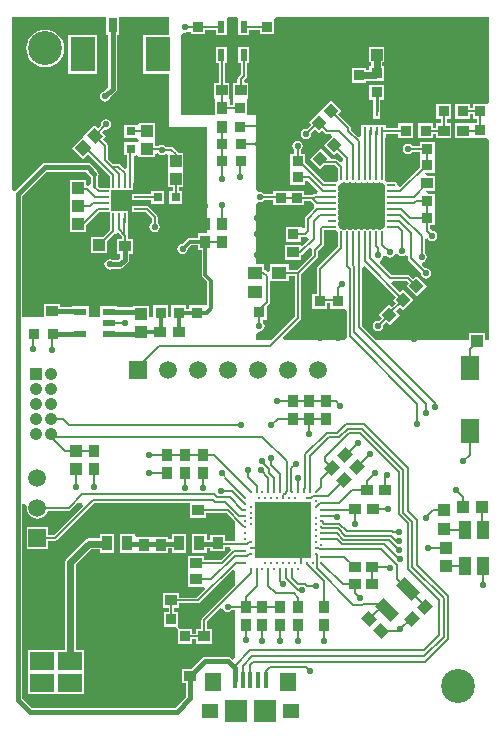
<source format=gtl>
G04 Layer_Physical_Order=1*
G04 Layer_Color=255*
%FSLAX25Y25*%
%MOIN*%
G70*
G01*
G75*
%ADD10R,0.06614X0.06614*%
%ADD11R,0.03347X0.00787*%
%ADD12R,0.00787X0.03347*%
%ADD13R,0.03543X0.03740*%
%ADD14R,0.03937X0.03740*%
%ADD15R,0.03937X0.04134*%
%ADD16R,0.04331X0.02362*%
%ADD17R,0.04134X0.03543*%
%ADD18R,0.03740X0.03543*%
%ADD19C,0.01083*%
%ADD20R,0.19095X0.19095*%
G04:AMPARAMS|DCode=21|XSize=35.43mil|YSize=41.34mil|CornerRadius=0mil|HoleSize=0mil|Usage=FLASHONLY|Rotation=45.000|XOffset=0mil|YOffset=0mil|HoleType=Round|Shape=Rectangle|*
%AMROTATEDRECTD21*
4,1,4,0.00209,-0.02714,-0.02714,0.00209,-0.00209,0.02714,0.02714,-0.00209,0.00209,-0.02714,0.0*
%
%ADD21ROTATEDRECTD21*%

%ADD22R,0.03583X0.03780*%
%ADD23R,0.08031X0.06063*%
%ADD24R,0.03150X0.03150*%
G04:AMPARAMS|DCode=25|XSize=35.43mil|YSize=37.4mil|CornerRadius=0mil|HoleSize=0mil|Usage=FLASHONLY|Rotation=225.000|XOffset=0mil|YOffset=0mil|HoleType=Round|Shape=Rectangle|*
%AMROTATEDRECTD25*
4,1,4,-0.00070,0.02575,0.02575,-0.00070,0.00070,-0.02575,-0.02575,0.00070,-0.00070,0.02575,0.0*
%
%ADD25ROTATEDRECTD25*%

%ADD26R,0.04134X0.03937*%
G04:AMPARAMS|DCode=27|XSize=39.37mil|YSize=41.34mil|CornerRadius=0mil|HoleSize=0mil|Usage=FLASHONLY|Rotation=225.000|XOffset=0mil|YOffset=0mil|HoleType=Round|Shape=Rectangle|*
%AMROTATEDRECTD27*
4,1,4,-0.00070,0.02854,0.02854,-0.00070,0.00070,-0.02854,-0.02854,0.00070,-0.00070,0.02854,0.0*
%
%ADD27ROTATEDRECTD27*%

%ADD28R,0.03150X0.05118*%
%ADD29R,0.08268X0.11811*%
%ADD30R,0.05118X0.04331*%
%ADD31R,0.03661X0.04921*%
%ADD32R,0.03543X0.04134*%
G04:AMPARAMS|DCode=33|XSize=35.43mil|YSize=41.34mil|CornerRadius=0mil|HoleSize=0mil|Usage=FLASHONLY|Rotation=135.000|XOffset=0mil|YOffset=0mil|HoleType=Round|Shape=Rectangle|*
%AMROTATEDRECTD33*
4,1,4,0.02714,0.00209,-0.00209,-0.02714,-0.02714,-0.00209,0.00209,0.02714,0.02714,0.00209,0.0*
%
%ADD33ROTATEDRECTD33*%

G04:AMPARAMS|DCode=34|XSize=39.37mil|YSize=70.87mil|CornerRadius=0mil|HoleSize=0mil|Usage=FLASHONLY|Rotation=45.000|XOffset=0mil|YOffset=0mil|HoleType=Round|Shape=Rectangle|*
%AMROTATEDRECTD34*
4,1,4,0.01114,-0.03897,-0.03897,0.01114,-0.01114,0.03897,0.03897,-0.01114,0.01114,-0.03897,0.0*
%
%ADD34ROTATEDRECTD34*%

%ADD35R,0.03347X0.03740*%
%ADD36R,0.03740X0.03937*%
G04:AMPARAMS|DCode=37|XSize=35.43mil|YSize=37.4mil|CornerRadius=0mil|HoleSize=0mil|Usage=FLASHONLY|Rotation=315.000|XOffset=0mil|YOffset=0mil|HoleType=Round|Shape=Rectangle|*
%AMROTATEDRECTD37*
4,1,4,-0.02575,-0.00070,0.00070,0.02575,0.02575,0.00070,-0.00070,-0.02575,-0.02575,-0.00070,0.0*
%
%ADD37ROTATEDRECTD37*%

%ADD38R,0.02362X0.04331*%
%ADD39R,0.03937X0.03937*%
%ADD40R,0.04134X0.08661*%
%ADD41O,0.00787X0.03150*%
%ADD42O,0.03150X0.00787*%
%ADD43R,0.13386X0.13583*%
%ADD44R,0.03150X0.03150*%
%ADD45R,0.07480X0.07480*%
%ADD46R,0.05709X0.05118*%
%ADD47R,0.05512X0.06299*%
%ADD48R,0.01575X0.05315*%
%ADD49R,0.00984X0.03150*%
%ADD50R,0.03150X0.01181*%
%ADD51R,0.04331X0.05905*%
%ADD52R,0.06299X0.07874*%
%ADD53C,0.00800*%
%ADD54C,0.00600*%
%ADD55C,0.01200*%
%ADD56C,0.01600*%
%ADD57C,0.02284*%
%ADD58C,0.01640*%
%ADD59C,0.00400*%
%ADD60C,0.00900*%
%ADD61C,0.01000*%
%ADD62C,0.05905*%
%ADD63R,0.05905X0.05905*%
%ADD64R,0.05905X0.05905*%
%ADD65C,0.04200*%
%ADD66R,0.04200X0.04200*%
%ADD67C,0.01968*%
%ADD68C,0.02200*%
%ADD69C,0.11300*%
%ADD70C,0.02400*%
G36*
X118392Y173732D02*
X118416Y173720D01*
X119120Y173016D01*
X119132Y172992D01*
X119147Y172956D01*
Y171840D01*
X119141Y171808D01*
Y168083D01*
X112329Y161271D01*
X112108Y160940D01*
X112030Y160550D01*
Y152270D01*
X110678D01*
Y147329D01*
X115422D01*
Y149130D01*
X116678D01*
Y147329D01*
X121422D01*
X122030Y146582D01*
Y138150D01*
X122060Y138000D01*
X121646Y137255D01*
X121413Y137000D01*
X101249D01*
X100866Y137924D01*
X106619Y143677D01*
X106840Y144008D01*
X106918Y144398D01*
Y158976D01*
X112171Y164229D01*
X112392Y164560D01*
X112470Y164950D01*
Y166390D01*
X114271Y168192D01*
X114492Y168523D01*
X114570Y168913D01*
Y173728D01*
X114583Y173741D01*
X117208D01*
X117240Y173747D01*
X118356D01*
X118392Y173732D01*
D02*
G37*
G36*
X97678Y181830D02*
X102422D01*
Y181830D01*
X103178D01*
Y181830D01*
X107922D01*
Y183280D01*
X109947D01*
X111035Y182192D01*
X111294Y181827D01*
X111084Y180864D01*
X108329Y178108D01*
X108108Y177777D01*
X108030Y177387D01*
Y174340D01*
X107819Y174179D01*
X106819Y174522D01*
Y174522D01*
X101879D01*
Y169778D01*
X106819D01*
Y171130D01*
X108050D01*
X108440Y171208D01*
X109367Y170657D01*
X109408Y170450D01*
X107341Y168383D01*
X106768Y168620D01*
Y168620D01*
X101631D01*
Y163680D01*
X106768D01*
Y165174D01*
X106940Y165208D01*
X107271Y165429D01*
X109830Y167988D01*
X110607Y167350D01*
X110508Y167203D01*
X110430Y166813D01*
Y165372D01*
X105476Y160418D01*
X102843D01*
Y162163D01*
X96525D01*
Y160031D01*
X95525Y159617D01*
X95023Y160119D01*
X94692Y160340D01*
X94575Y160363D01*
Y162163D01*
X92000D01*
Y182196D01*
X93000Y182927D01*
X93050Y182917D01*
X93713Y183049D01*
X94276Y183424D01*
X94413Y183630D01*
X97678D01*
Y181830D01*
D02*
G37*
G36*
X133552Y189375D02*
X133908Y189304D01*
X133953Y189285D01*
X134685Y188553D01*
X134704Y188508D01*
X134775Y188152D01*
X134995Y187823D01*
Y187288D01*
X134775Y186959D01*
X134698Y186571D01*
X134775Y186184D01*
X134995Y185855D01*
Y185319D01*
X134775Y184991D01*
X134698Y184603D01*
X134775Y184215D01*
X134995Y183886D01*
Y183351D01*
X134775Y183022D01*
X134698Y182634D01*
X134775Y182246D01*
X134995Y181918D01*
Y181382D01*
X134775Y181053D01*
X134698Y180666D01*
X134775Y180278D01*
X134995Y179949D01*
Y179414D01*
X134775Y179085D01*
X134698Y178697D01*
X134775Y178310D01*
X134995Y177981D01*
Y177445D01*
X134775Y177117D01*
X134698Y176729D01*
X134775Y176341D01*
X134995Y176012D01*
Y175477D01*
X134775Y175148D01*
X134704Y174792D01*
X134685Y174747D01*
X133953Y174015D01*
X133908Y173995D01*
X133552Y173925D01*
X133223Y173705D01*
X132688D01*
X132359Y173925D01*
X131971Y174002D01*
X131583Y173925D01*
X131255Y173705D01*
X130719D01*
X130391Y173925D01*
X130003Y174002D01*
X129615Y173925D01*
X129286Y173705D01*
X128751D01*
X128422Y173925D01*
X128034Y174002D01*
X127647Y173925D01*
X127318Y173705D01*
X126782D01*
X126453Y173925D01*
X126066Y174002D01*
X125678Y173925D01*
X125349Y173705D01*
X124814D01*
X124485Y173925D01*
X124097Y174002D01*
X123709Y173925D01*
X123381Y173705D01*
X122845D01*
X122517Y173925D01*
X122129Y174002D01*
X121741Y173925D01*
X121412Y173705D01*
X120877D01*
X120548Y173925D01*
X120192Y173995D01*
X120147Y174015D01*
X119415Y174747D01*
X119395Y174792D01*
X119325Y175148D01*
X119105Y175477D01*
Y176012D01*
X119325Y176341D01*
X119402Y176729D01*
X119325Y177117D01*
X119105Y177445D01*
Y177981D01*
X119325Y178310D01*
X119402Y178697D01*
X119325Y179085D01*
X119105Y179414D01*
Y179949D01*
X119325Y180278D01*
X119402Y180666D01*
X119325Y181053D01*
X119105Y181382D01*
Y181918D01*
X119325Y182246D01*
X119402Y182634D01*
X119325Y183022D01*
X119105Y183351D01*
Y183886D01*
X119325Y184215D01*
X119402Y184603D01*
X119325Y184991D01*
X119105Y185319D01*
Y185855D01*
X119325Y186184D01*
X119402Y186571D01*
X119325Y186959D01*
X119105Y187288D01*
Y187823D01*
X119325Y188152D01*
X119395Y188508D01*
X119415Y188553D01*
X120147Y189285D01*
X120192Y189304D01*
X120548Y189375D01*
X120877Y189595D01*
X121412D01*
X121741Y189375D01*
X122129Y189298D01*
X122517Y189375D01*
X122845Y189595D01*
X123381D01*
X123709Y189375D01*
X124097Y189298D01*
X124485Y189375D01*
X124814Y189595D01*
X125349D01*
X125678Y189375D01*
X126066Y189298D01*
X126453Y189375D01*
X126782Y189595D01*
X127318D01*
X127647Y189375D01*
X128034Y189298D01*
X128422Y189375D01*
X128751Y189595D01*
X129286D01*
X129615Y189375D01*
X130003Y189298D01*
X130391Y189375D01*
X130719Y189595D01*
X131255D01*
X131583Y189375D01*
X131971Y189298D01*
X132359Y189375D01*
X132688Y189595D01*
X133223D01*
X133552Y189375D01*
D02*
G37*
G36*
X85000Y60043D02*
Y55445D01*
X73948Y44393D01*
X73750Y44096D01*
X73680Y43745D01*
Y40522D01*
X71930D01*
Y39087D01*
X70414D01*
Y40640D01*
X66445D01*
X65886Y41408D01*
X65886Y41632D01*
Y46349D01*
X64531D01*
Y47778D01*
X66170D01*
Y49232D01*
X72503D01*
X72854Y49302D01*
X73152Y49501D01*
X84076Y60426D01*
X85000Y60043D01*
D02*
G37*
G36*
X69836Y77778D02*
X75170D01*
Y79232D01*
X82060D01*
X85000Y76292D01*
Y69848D01*
X81422D01*
Y71864D01*
X76678D01*
Y70425D01*
X75366D01*
Y72211D01*
X70505D01*
Y66089D01*
X75366D01*
Y67529D01*
X76678D01*
Y66530D01*
X81422D01*
Y68012D01*
X83204D01*
X83587Y67012D01*
X80143Y63568D01*
X74670D01*
Y65022D01*
X69336D01*
Y60278D01*
X69336D01*
X69336Y59522D01*
X69336D01*
Y54778D01*
X74419D01*
X74949Y53894D01*
X72123Y51068D01*
X66170D01*
Y52522D01*
X60836D01*
Y47778D01*
X62695D01*
Y46349D01*
X61340D01*
Y41408D01*
X65308D01*
X65867Y40640D01*
X65867Y40416D01*
Y35700D01*
X70414D01*
Y37252D01*
X71930D01*
Y35778D01*
X77264D01*
Y40522D01*
X75515D01*
Y43364D01*
X79715Y47565D01*
X80660Y47383D01*
X80835Y47271D01*
X81151Y46798D01*
X81713Y46423D01*
X82377Y46291D01*
X83040Y46423D01*
X83602Y46798D01*
X83740Y47004D01*
X85000D01*
Y30815D01*
X84000Y30401D01*
X83391Y31009D01*
X82928Y31319D01*
X82382Y31427D01*
X82382Y31427D01*
X74953D01*
X74953Y31427D01*
X74406Y31319D01*
X73943Y31009D01*
X73943Y31009D01*
X70306Y27372D01*
X67286D01*
Y22628D01*
X68525D01*
Y18044D01*
X64909Y14427D01*
X17091D01*
X13927Y17591D01*
Y82170D01*
X14927Y82316D01*
X15482Y81500D01*
X15417Y81000D01*
X15539Y80073D01*
X15897Y79208D01*
X16466Y78466D01*
X17208Y77897D01*
X18073Y77539D01*
X19000Y77417D01*
X19927Y77539D01*
X20792Y77897D01*
X21534Y78466D01*
X22103Y79208D01*
X22461Y80073D01*
X22463Y80082D01*
X29500D01*
X29851Y80152D01*
X30149Y80351D01*
X32298Y82500D01*
X33896D01*
X34278Y81576D01*
X24620Y71918D01*
X22553D01*
Y74553D01*
X15447D01*
Y67447D01*
X22553D01*
Y70082D01*
X25000D01*
X25351Y70152D01*
X25649Y70351D01*
X37798Y82500D01*
X69836D01*
Y77778D01*
D02*
G37*
G36*
X104878Y144820D02*
X97058Y137000D01*
X92000D01*
Y139013D01*
X93000Y139767D01*
X93663Y139899D01*
X94226Y140274D01*
X94601Y140837D01*
X94733Y141500D01*
X94601Y142163D01*
X94226Y142726D01*
X94177Y142758D01*
X94258Y143758D01*
X95391D01*
Y148014D01*
X96271Y148894D01*
X96492Y149224D01*
X96570Y149615D01*
Y156633D01*
X102843D01*
Y158378D01*
X104878D01*
Y144820D01*
D02*
G37*
G36*
X63000Y238655D02*
X54316D01*
Y225644D01*
X63000D01*
Y208000D01*
X75500D01*
Y172450D01*
X72593D01*
Y171007D01*
X69769D01*
X69301Y170913D01*
X68904Y170648D01*
X67360Y169105D01*
X67358Y169105D01*
X66694Y168973D01*
X66132Y168597D01*
X65756Y168035D01*
X65624Y167372D01*
X65756Y166709D01*
X66132Y166146D01*
X66694Y165770D01*
X67358Y165638D01*
X68021Y165770D01*
X68583Y166146D01*
X68959Y166709D01*
X69091Y167372D01*
X69090Y167374D01*
X70276Y168560D01*
X72593D01*
Y167116D01*
X73741D01*
Y158736D01*
X73834Y158268D01*
X74099Y157871D01*
X75500Y156470D01*
Y148802D01*
X75331Y148689D01*
X74422Y148470D01*
Y148470D01*
X69678D01*
Y147224D01*
X68422D01*
Y148470D01*
X63678D01*
Y144500D01*
X62422D01*
Y148470D01*
X57678D01*
Y144500D01*
X56119D01*
Y148368D01*
X50981D01*
Y147818D01*
X45540D01*
Y148171D01*
X40009D01*
Y144609D01*
X39054Y144500D01*
X37046D01*
X36091Y144609D01*
Y148171D01*
X30560D01*
Y147927D01*
X26620D01*
Y148872D01*
X21286D01*
Y144500D01*
X13927D01*
Y185009D01*
X21991Y193073D01*
X35109D01*
X36878Y191303D01*
Y188977D01*
X35967Y188410D01*
X35478Y188625D01*
X35268Y188849D01*
Y190218D01*
X29934D01*
Y185082D01*
X29934D01*
Y184219D01*
X29934D01*
Y179081D01*
X29934D01*
X29935Y179070D01*
X29985Y178103D01*
Y172979D01*
X35319D01*
Y175375D01*
X39520Y179575D01*
X41282D01*
X41412Y179601D01*
X42743D01*
X43104Y179601D01*
X43104Y179240D01*
Y177910D01*
X43078Y177780D01*
Y173568D01*
X40728Y171219D01*
X36934D01*
Y166082D01*
X42268D01*
Y169875D01*
X44818Y172425D01*
X45815Y172626D01*
X46026Y172590D01*
X47078Y171539D01*
Y170522D01*
X45430D01*
Y165778D01*
X46670D01*
Y164288D01*
X45959Y163577D01*
X43974D01*
X43713Y163751D01*
X43050Y163883D01*
X42387Y163751D01*
X41824Y163376D01*
X41449Y162813D01*
X41317Y162150D01*
X41449Y161487D01*
X41824Y160924D01*
X42387Y160549D01*
X43050Y160417D01*
X43713Y160549D01*
X43974Y160723D01*
X46550D01*
X46550Y160723D01*
X47096Y160831D01*
X47559Y161141D01*
X49107Y162688D01*
X49107Y162688D01*
X49416Y163151D01*
X49525Y163697D01*
X49525Y163697D01*
Y165778D01*
X50764D01*
Y170522D01*
X49117D01*
Y171961D01*
X49039Y172351D01*
X49030Y172365D01*
X49030Y177756D01*
X49028Y177768D01*
Y180053D01*
X43916D01*
X43556Y180053D01*
X43556Y180414D01*
Y183538D01*
Y186681D01*
X43556Y187042D01*
X43916Y187042D01*
X50996D01*
Y189185D01*
X51022Y189315D01*
Y198369D01*
X52022Y198467D01*
X52225Y198467D01*
X52982Y197880D01*
Y197829D01*
X58118D01*
Y198843D01*
X59118Y199146D01*
X59151Y199098D01*
X59714Y198722D01*
X60377Y198590D01*
X61040Y198722D01*
X61481Y199017D01*
X62000Y198879D01*
X62481Y198613D01*
Y194266D01*
X62481Y194034D01*
Y193266D01*
X62481Y193034D01*
Y187932D01*
X64030D01*
Y186722D01*
X62875D01*
Y182373D01*
X67225D01*
Y186722D01*
X66070D01*
Y187932D01*
X67619D01*
Y193034D01*
X67619Y193266D01*
Y194034D01*
X67619Y194266D01*
Y199368D01*
X65973D01*
X65771Y199671D01*
X64398Y201044D01*
X64067Y201265D01*
X63677Y201343D01*
X61740D01*
X61602Y201549D01*
X61040Y201925D01*
X60377Y202057D01*
X59714Y201925D01*
X59151Y201549D01*
X59129Y201516D01*
X58118D01*
Y202932D01*
X58118Y203163D01*
Y203932D01*
X58118Y204163D01*
Y209266D01*
X52982D01*
Y209266D01*
X52225Y208722D01*
X47875D01*
Y204373D01*
X51825D01*
X52695Y203568D01*
X52678Y203041D01*
X52125Y202817D01*
X51982Y202817D01*
X47875D01*
Y198467D01*
X48983D01*
Y194439D01*
X47983Y194025D01*
X46740Y195269D01*
X46409Y195490D01*
X46018Y195567D01*
X44235D01*
X42570Y197233D01*
Y201650D01*
X42492Y202040D01*
X42271Y202371D01*
X40745Y203897D01*
X41701Y204853D01*
X40525Y206029D01*
X41634Y207138D01*
X41877Y207090D01*
X42540Y207222D01*
X43102Y207598D01*
X43478Y208160D01*
X43610Y208823D01*
X43478Y209487D01*
X43102Y210049D01*
X42540Y210425D01*
X41877Y210557D01*
X41214Y210425D01*
X40651Y210049D01*
X40275Y209487D01*
X40143Y208823D01*
X40192Y208580D01*
X39083Y207471D01*
X37929Y208625D01*
X34575Y205271D01*
Y205271D01*
X34138Y204695D01*
X30505Y201062D01*
X34277Y197291D01*
X35821Y198835D01*
X43078Y191578D01*
Y189315D01*
X43104Y189185D01*
Y187855D01*
X43104Y187494D01*
X42743Y187494D01*
X41412D01*
X41282Y187520D01*
X39922D01*
X39122Y188320D01*
Y191359D01*
X39319Y191654D01*
X39427Y192200D01*
X39319Y192746D01*
X39009Y193209D01*
X36709Y195509D01*
X36246Y195819D01*
X35700Y195927D01*
X35700Y195927D01*
X21400D01*
X21400Y195927D01*
X20854Y195819D01*
X20391Y195509D01*
X20391Y195509D01*
X11500Y186619D01*
X11460Y186619D01*
X10500Y186927D01*
Y244500D01*
X41915D01*
Y238637D01*
X42662D01*
Y221281D01*
X41194Y219812D01*
X40887Y219751D01*
X40324Y219376D01*
X39949Y218813D01*
X39817Y218150D01*
X39949Y217487D01*
X40324Y216924D01*
X40887Y216549D01*
X41550Y216417D01*
X42213Y216549D01*
X42776Y216924D01*
X43151Y217487D01*
X43212Y217794D01*
X45099Y219680D01*
X45099Y219680D01*
X45408Y220143D01*
X45517Y220689D01*
X45517Y220689D01*
Y238637D01*
X46264D01*
Y244500D01*
X63000D01*
Y238655D01*
D02*
G37*
G36*
X169500Y216381D02*
X168922Y215620D01*
X168500Y215620D01*
X164178D01*
Y214170D01*
X163170D01*
Y215522D01*
X158229D01*
Y210778D01*
X163170D01*
Y212130D01*
X164178D01*
Y210680D01*
X165530D01*
Y209270D01*
X164206D01*
X164178Y209270D01*
X164178Y209270D01*
X163268Y209120D01*
Y209120D01*
X158131D01*
Y204180D01*
X163240D01*
X163268Y204180D01*
X163268Y204180D01*
X164178Y204329D01*
Y204329D01*
X168500D01*
X168922Y204329D01*
X169500Y203569D01*
Y137000D01*
X168119D01*
Y139266D01*
X162981D01*
Y137000D01*
X131942D01*
X127270Y141672D01*
Y161074D01*
X128270Y161488D01*
X138355Y151403D01*
X137399Y150447D01*
X138425Y149421D01*
X137029Y148025D01*
X136253Y148801D01*
X132899Y145447D01*
X133902Y144444D01*
X132793Y143335D01*
X132550Y143383D01*
X131887Y143251D01*
X131324Y142876D01*
X130949Y142313D01*
X130817Y141650D01*
X130949Y140987D01*
X131324Y140424D01*
X131887Y140049D01*
X132550Y139917D01*
X133213Y140049D01*
X133776Y140424D01*
X134151Y140987D01*
X134283Y141650D01*
X134235Y141893D01*
X135344Y143002D01*
X136392Y141954D01*
X139746Y145308D01*
X138471Y146583D01*
X139867Y147979D01*
X140893Y146953D01*
X144246Y150308D01*
X140753Y153801D01*
X139797Y152845D01*
X137012Y155630D01*
X137426Y156630D01*
X142128D01*
X142855Y155903D01*
X141899Y154947D01*
X145393Y151453D01*
X148747Y154807D01*
X145253Y158301D01*
X144297Y157345D01*
X143271Y158371D01*
X142940Y158592D01*
X142550Y158670D01*
X136972D01*
X133130Y162512D01*
X133161Y162899D01*
X133390Y163666D01*
X133776Y163924D01*
X134151Y164487D01*
X134212Y164790D01*
X135247Y165040D01*
X135324Y164924D01*
X135887Y164549D01*
X136550Y164417D01*
X137213Y164549D01*
X137776Y164924D01*
X138151Y165487D01*
X139197Y165616D01*
X139324Y165424D01*
X139887Y165049D01*
X140550Y164917D01*
X141213Y165049D01*
X141530Y165261D01*
X142361Y164953D01*
X142530Y164818D01*
Y164150D01*
X142608Y163760D01*
X142829Y163429D01*
X146865Y159393D01*
X146817Y159150D01*
X146949Y158487D01*
X147324Y157924D01*
X147887Y157549D01*
X148550Y157417D01*
X149213Y157549D01*
X149776Y157924D01*
X150151Y158487D01*
X150283Y159150D01*
X150151Y159813D01*
X149776Y160376D01*
X149213Y160751D01*
X148550Y160883D01*
X148307Y160835D01*
X147196Y161946D01*
X147542Y163014D01*
X147713Y163049D01*
X148276Y163424D01*
X148651Y163987D01*
X148783Y164650D01*
X148651Y165313D01*
X148276Y165876D01*
X148070Y166013D01*
Y170639D01*
X148189Y170686D01*
X149070Y170806D01*
X149324Y170424D01*
X149887Y170049D01*
X150550Y169917D01*
X151213Y170049D01*
X151776Y170424D01*
X152151Y170987D01*
X152283Y171650D01*
X152151Y172313D01*
X151776Y172876D01*
X151213Y173251D01*
X150550Y173383D01*
X149920Y174188D01*
Y175278D01*
X151371D01*
Y180022D01*
X151371D01*
Y180778D01*
X151371D01*
Y185522D01*
X149052D01*
X148517Y186522D01*
X148623Y186680D01*
X151469D01*
Y191620D01*
X148800D01*
X148266Y192620D01*
X148371Y192778D01*
X151371D01*
Y197522D01*
X151371D01*
X151371Y198278D01*
X151371D01*
Y203022D01*
X146430D01*
Y201670D01*
X143913D01*
X143776Y201876D01*
X143213Y202251D01*
X142550Y202383D01*
X141887Y202251D01*
X141324Y201876D01*
X140949Y201313D01*
X140817Y200650D01*
X140949Y199987D01*
X141324Y199424D01*
X141887Y199049D01*
X142550Y198917D01*
X143213Y199049D01*
X143776Y199424D01*
X143913Y199630D01*
X146430D01*
Y198278D01*
X146430D01*
X146430Y197522D01*
X146430D01*
Y194472D01*
X140009Y188051D01*
X139087Y188540D01*
X139010Y188927D01*
X138790Y189256D01*
X138461Y189476D01*
X138074Y189553D01*
X135744D01*
X135708Y189568D01*
X135684Y189580D01*
X134980Y190284D01*
X134968Y190308D01*
X134953Y190344D01*
Y191460D01*
X134959Y191492D01*
Y204326D01*
X135095D01*
Y205481D01*
X139332D01*
Y204160D01*
X144115D01*
Y209140D01*
X139332D01*
Y207520D01*
X135095D01*
Y208675D01*
X127005D01*
Y205051D01*
X126005Y204637D01*
X123570Y207072D01*
Y207650D01*
X123492Y208040D01*
X123271Y208371D01*
X119245Y212397D01*
X120201Y213353D01*
X116708Y216846D01*
X113415Y213554D01*
X113354Y213492D01*
X112707Y212846D01*
X112707Y212846D01*
X109353Y209492D01*
X110152Y208694D01*
X108793Y207335D01*
X108550Y207383D01*
X107887Y207251D01*
X107324Y206876D01*
X106949Y206313D01*
X106817Y205650D01*
X106949Y204987D01*
X107324Y204424D01*
X107887Y204049D01*
X108550Y203917D01*
X109213Y204049D01*
X109776Y204424D01*
X110151Y204987D01*
X110283Y205650D01*
X110235Y205893D01*
X111594Y207252D01*
X112847Y205999D01*
X113803Y206955D01*
X114829Y205929D01*
X115160Y205708D01*
X115550Y205630D01*
X116762D01*
X117176Y204630D01*
X114354Y201807D01*
X117708Y198453D01*
X118756Y199502D01*
X120887Y197371D01*
X120807Y196749D01*
X119773Y196369D01*
X119271Y196871D01*
X118940Y197092D01*
X118550Y197170D01*
X116880D01*
X116746Y197493D01*
Y197493D01*
X113392Y200847D01*
X109899Y197353D01*
X113253Y193999D01*
X114419Y195166D01*
X114596Y195130D01*
X118128D01*
X119141Y194117D01*
Y191492D01*
X119147Y191460D01*
Y190344D01*
X119132Y190308D01*
X119120Y190284D01*
X118416Y189580D01*
X118392Y189568D01*
X118356Y189553D01*
X117240D01*
X117208Y189559D01*
X114767D01*
X108170Y196156D01*
Y199022D01*
X106719D01*
Y200287D01*
X106925Y200424D01*
X107301Y200987D01*
X107433Y201650D01*
X107301Y202313D01*
X106925Y202876D01*
X106363Y203251D01*
X105700Y203383D01*
X105036Y203251D01*
X104474Y202876D01*
X104098Y202313D01*
X103966Y201650D01*
X104098Y200987D01*
X104474Y200424D01*
X104680Y200287D01*
Y199022D01*
X103229D01*
Y194522D01*
X103229Y194278D01*
X103229D01*
Y193522D01*
X103229D01*
Y188778D01*
X108170D01*
Y189839D01*
X109170Y190010D01*
X112557Y186622D01*
X112143Y185622D01*
X111353D01*
X110963Y185545D01*
X110632Y185324D01*
X110628Y185319D01*
X107922D01*
Y186770D01*
X103178D01*
Y186770D01*
X102422D01*
Y186770D01*
X97678D01*
Y185670D01*
X94413D01*
X94276Y185876D01*
X93713Y186251D01*
X93050Y186383D01*
X93000Y186373D01*
X92000Y187104D01*
Y212000D01*
X88922D01*
Y216680D01*
X88922Y216770D01*
X89138Y217680D01*
X89268D01*
Y222620D01*
X88305D01*
X87962Y223620D01*
X88511Y224169D01*
X88732Y224500D01*
X88810Y224890D01*
Y229160D01*
X89571D01*
Y234691D01*
X86009D01*
Y229160D01*
X86771D01*
Y225312D01*
X85979Y224521D01*
X85758Y224190D01*
X85680Y223800D01*
Y222620D01*
X84131D01*
Y217750D01*
X84131Y217680D01*
X84178Y216700D01*
Y215319D01*
X83020D01*
Y216701D01*
X83020Y216868D01*
X83020D01*
X82969Y217680D01*
X82969D01*
Y222620D01*
X81420D01*
Y229160D01*
X82091D01*
Y234691D01*
X78529D01*
Y229160D01*
X79381D01*
Y222620D01*
X77832D01*
Y217765D01*
X77832Y217680D01*
X77832D01*
X78080Y216868D01*
X78080Y216868D01*
Y212000D01*
X67000D01*
Y238696D01*
X68000Y239427D01*
X68050Y239417D01*
X68713Y239549D01*
X69178Y239859D01*
X69631Y239748D01*
X70178Y239475D01*
Y238829D01*
X74922D01*
Y240355D01*
X78529Y240355D01*
Y238609D01*
X82091D01*
Y244140D01*
X82942Y244500D01*
X85158D01*
X86009Y244140D01*
X86009Y243500D01*
Y238609D01*
X89571D01*
Y240355D01*
X93178D01*
Y238829D01*
X97922D01*
Y243500D01*
X97922Y243770D01*
X98573Y244500D01*
X169500D01*
Y216381D01*
D02*
G37*
%LPC*%
G36*
X44595Y72211D02*
X39733D01*
Y70800D01*
X36024D01*
X35344Y70665D01*
X34768Y70280D01*
X28744Y64256D01*
X28359Y63680D01*
X28224Y63000D01*
Y33730D01*
X25384Y33730D01*
X24384Y33730D01*
X15778D01*
Y27132D01*
X15778Y26467D01*
X15778Y25467D01*
Y18868D01*
X24384D01*
X25010Y18868D01*
X26010Y18868D01*
X34616D01*
Y25467D01*
X34616Y26131D01*
X34616Y27132D01*
Y33730D01*
X31776D01*
Y62264D01*
X36760Y67248D01*
X39733D01*
Y66089D01*
X44595D01*
Y72211D01*
D02*
G37*
G36*
X68595D02*
X63734D01*
Y70472D01*
X62422D01*
Y71364D01*
X57678D01*
Y71364D01*
X56922D01*
Y71364D01*
X52178D01*
X51367Y71819D01*
Y72211D01*
X46505D01*
Y66089D01*
X51367D01*
Y66089D01*
X52178Y66030D01*
Y66030D01*
X52342Y66030D01*
X56922D01*
Y66030D01*
X57678D01*
Y66030D01*
X62422D01*
Y67576D01*
X63734D01*
Y66089D01*
X68595D01*
Y72211D01*
D02*
G37*
G36*
X21550Y240430D02*
X20325Y240310D01*
X19147Y239952D01*
X18061Y239372D01*
X17109Y238591D01*
X16328Y237639D01*
X15748Y236553D01*
X15390Y235375D01*
X15270Y234150D01*
X15390Y232925D01*
X15748Y231747D01*
X16328Y230661D01*
X17109Y229709D01*
X18061Y228928D01*
X19147Y228348D01*
X20325Y227990D01*
X21550Y227870D01*
X22775Y227990D01*
X23953Y228348D01*
X25039Y228928D01*
X25991Y229709D01*
X26772Y230661D01*
X27352Y231747D01*
X27710Y232925D01*
X27830Y234150D01*
X27710Y235375D01*
X27352Y236553D01*
X26772Y237639D01*
X25991Y238591D01*
X25039Y239372D01*
X23953Y239952D01*
X22775Y240310D01*
X21550Y240430D01*
D02*
G37*
G36*
X61319Y186722D02*
X56970D01*
Y185552D01*
X52818Y185552D01*
X52688Y185526D01*
X50545D01*
Y183538D01*
X52688D01*
X52818Y183512D01*
X56970Y183512D01*
Y182373D01*
X61319D01*
Y186722D01*
D02*
G37*
G36*
X38784Y238655D02*
X29316D01*
Y225644D01*
X38784D01*
Y238655D01*
D02*
G37*
G36*
X55405Y181614D02*
X52818D01*
X52688Y181589D01*
X50545D01*
Y179601D01*
X52688D01*
X52818Y179575D01*
X54983D01*
X57030Y177528D01*
Y176013D01*
X56824Y175876D01*
X56449Y175313D01*
X56317Y174650D01*
X56449Y173987D01*
X56824Y173424D01*
X57387Y173049D01*
X58050Y172917D01*
X58713Y173049D01*
X59276Y173424D01*
X59651Y173987D01*
X59783Y174650D01*
X59651Y175313D01*
X59276Y175876D01*
X59070Y176013D01*
Y177950D01*
X58992Y178340D01*
X58771Y178671D01*
X56126Y181316D01*
X55795Y181537D01*
X55405Y181614D01*
D02*
G37*
G36*
X134622Y234663D02*
X129485D01*
Y229526D01*
X130274D01*
Y228270D01*
X129678D01*
Y226926D01*
X128670D01*
Y227522D01*
X123730D01*
Y222778D01*
X128670D01*
Y223374D01*
X129678D01*
Y223329D01*
X134422D01*
Y228270D01*
X133826D01*
Y229526D01*
X134622D01*
Y234663D01*
D02*
G37*
G36*
X134422Y221971D02*
X129678D01*
Y217030D01*
X130964D01*
Y214974D01*
X130942D01*
Y210625D01*
X133126D01*
Y214974D01*
X133105D01*
Y217030D01*
X134422D01*
Y221971D01*
D02*
G37*
G36*
X156870Y215522D02*
X151930D01*
Y210778D01*
X153381D01*
Y209120D01*
X151832D01*
Y207670D01*
X150768D01*
Y209140D01*
X145985D01*
Y204160D01*
X150768D01*
Y205630D01*
X151832D01*
Y204180D01*
X156969D01*
Y209120D01*
X155420D01*
Y210778D01*
X156870D01*
Y215522D01*
D02*
G37*
%LPD*%
D10*
X47050Y183548D02*
D03*
D11*
X41282Y180595D02*
D03*
Y182563D02*
D03*
Y184532D02*
D03*
Y186500D02*
D03*
X52818D02*
D03*
Y184532D02*
D03*
Y182563D02*
D03*
Y180595D02*
D03*
D12*
X44097Y189315D02*
D03*
X46066D02*
D03*
X48034D02*
D03*
X50003D02*
D03*
Y177780D02*
D03*
X48034D02*
D03*
X46066D02*
D03*
X44097D02*
D03*
D13*
X95550Y235000D02*
D03*
Y241300D02*
D03*
X72050Y146000D02*
D03*
Y152300D02*
D03*
X66050Y146000D02*
D03*
Y152300D02*
D03*
X60050Y146000D02*
D03*
Y152300D02*
D03*
X132050Y225800D02*
D03*
Y219500D02*
D03*
X86550Y214300D02*
D03*
Y208000D02*
D03*
X166550Y213150D02*
D03*
X166550Y219449D02*
D03*
X166550Y206800D02*
D03*
Y200500D02*
D03*
X105550Y178000D02*
D03*
Y184300D02*
D03*
X100050Y178000D02*
D03*
Y184300D02*
D03*
X119050Y149800D02*
D03*
Y143500D02*
D03*
X113050Y149800D02*
D03*
Y143500D02*
D03*
X72550Y241300D02*
D03*
Y235000D02*
D03*
D14*
X59900Y139650D02*
D03*
X66200D02*
D03*
X80400Y220150D02*
D03*
X86700D02*
D03*
X154400Y206650D02*
D03*
X160700D02*
D03*
X148900Y189150D02*
D03*
X155200D02*
D03*
X104200Y166150D02*
D03*
X97900D02*
D03*
D15*
X53550Y145701D02*
D03*
Y139599D02*
D03*
X55550Y206599D02*
D03*
Y200497D02*
D03*
X65050Y190599D02*
D03*
Y196701D02*
D03*
X165550Y142701D02*
D03*
Y136599D02*
D03*
X154550Y74099D02*
D03*
Y80201D02*
D03*
X155050Y67701D02*
D03*
Y61599D02*
D03*
X32000Y100051D02*
D03*
Y93949D02*
D03*
D16*
X33326Y138910D02*
D03*
Y146390D02*
D03*
X42774D02*
D03*
Y142650D02*
D03*
Y138910D02*
D03*
D17*
X18047Y146500D02*
D03*
X23953D02*
D03*
X48097Y168150D02*
D03*
X54003D02*
D03*
X66097Y62650D02*
D03*
X72003D02*
D03*
X124717Y55574D02*
D03*
X130622D02*
D03*
X80503Y38150D02*
D03*
X74597D02*
D03*
X57597Y50150D02*
D03*
X63503D02*
D03*
X66097Y57150D02*
D03*
X72003D02*
D03*
X72503Y80150D02*
D03*
X66597D02*
D03*
X69953Y25000D02*
D03*
X64047D02*
D03*
X128924Y87024D02*
D03*
X134829D02*
D03*
X124924Y80524D02*
D03*
X130830D02*
D03*
X124717Y61231D02*
D03*
X130622D02*
D03*
D18*
X24150Y139000D02*
D03*
X17850D02*
D03*
X80400Y202150D02*
D03*
X86700Y202150D02*
D03*
X80400Y196650D02*
D03*
X86700Y196650D02*
D03*
X105700D02*
D03*
X99400D02*
D03*
X126200Y225150D02*
D03*
X119900D02*
D03*
X154400Y213150D02*
D03*
X160700D02*
D03*
X148900Y200650D02*
D03*
X155200D02*
D03*
X155200Y195150D02*
D03*
X148900D02*
D03*
X155200Y177650D02*
D03*
X148900D02*
D03*
X155200Y183150D02*
D03*
X148900D02*
D03*
X98050Y172150D02*
D03*
X104349D02*
D03*
X105700Y191150D02*
D03*
X99400D02*
D03*
X92921Y146130D02*
D03*
X99220D02*
D03*
D19*
X107766Y86319D02*
D03*
X109735D02*
D03*
X92019Y60729D02*
D03*
X105798D02*
D03*
X103830D02*
D03*
X101861D02*
D03*
X99892D02*
D03*
X97924D02*
D03*
X95955D02*
D03*
X93987D02*
D03*
X90050D02*
D03*
X113672Y62697D02*
D03*
X110719D02*
D03*
X108751D02*
D03*
X106782D02*
D03*
X104814D02*
D03*
X102845D02*
D03*
X100877D02*
D03*
X98908D02*
D03*
X96940D02*
D03*
X94971D02*
D03*
X88082D02*
D03*
X90050Y65650D02*
D03*
X113672Y64666D02*
D03*
X111704Y65650D02*
D03*
X88082Y66634D02*
D03*
X111704Y67619D02*
D03*
X90050D02*
D03*
X113672Y68603D02*
D03*
X111704Y69587D02*
D03*
X90050D02*
D03*
X113672Y70571D02*
D03*
X88082D02*
D03*
X111704Y71556D02*
D03*
X113672Y72540D02*
D03*
X88082D02*
D03*
X111704Y73524D02*
D03*
X113672Y74508D02*
D03*
X88082D02*
D03*
X111704Y75493D02*
D03*
X90050D02*
D03*
X113672Y76477D02*
D03*
X88082D02*
D03*
X111704Y77461D02*
D03*
X90050D02*
D03*
X113672Y78445D02*
D03*
X88082D02*
D03*
X90050Y79430D02*
D03*
X113672Y80414D02*
D03*
X88082D02*
D03*
X111704Y81398D02*
D03*
X90050D02*
D03*
X88082Y82382D02*
D03*
X111704Y83367D02*
D03*
X108751Y84351D02*
D03*
X104814D02*
D03*
X102845D02*
D03*
X100877D02*
D03*
X98908D02*
D03*
X96940D02*
D03*
X94971D02*
D03*
X93003D02*
D03*
X88082D02*
D03*
X111704Y86319D02*
D03*
X105798D02*
D03*
X103830D02*
D03*
X101861D02*
D03*
X99892D02*
D03*
X97924D02*
D03*
X95955D02*
D03*
X93987D02*
D03*
X92019D02*
D03*
X90050D02*
D03*
D20*
X100877Y73524D02*
D03*
D21*
X38138Y205062D02*
D03*
X33962Y209238D02*
D03*
X129412Y44088D02*
D03*
X133588Y39912D02*
D03*
D22*
X141723Y206650D02*
D03*
X148377D02*
D03*
D23*
X20394Y22500D02*
D03*
Y30098D02*
D03*
X30000Y22500D02*
D03*
X30000Y30099D02*
D03*
D24*
X59145Y184548D02*
D03*
X65050D02*
D03*
D25*
X140823Y150377D02*
D03*
X145277Y145923D02*
D03*
X112777Y209423D02*
D03*
X108323Y213877D02*
D03*
X112323Y217877D02*
D03*
X116777Y213423D02*
D03*
X145323Y154877D02*
D03*
X149777Y150423D02*
D03*
X136323Y145377D02*
D03*
X140777Y140923D02*
D03*
D26*
X33499Y168650D02*
D03*
X39601D02*
D03*
X26499Y187650D02*
D03*
X32601D02*
D03*
X26499Y181650D02*
D03*
X32601D02*
D03*
X26550Y175548D02*
D03*
X32652D02*
D03*
X167101Y81150D02*
D03*
X160999D02*
D03*
D27*
X34207Y200992D02*
D03*
X29893Y205308D02*
D03*
D28*
X49011Y241796D02*
D03*
X44089Y241796D02*
D03*
D29*
X34050Y232150D02*
D03*
X59050Y232150D02*
D03*
D30*
X91416Y159398D02*
D03*
X99684D02*
D03*
Y152902D02*
D03*
X91416D02*
D03*
D31*
X42164Y69150D02*
D03*
X48936D02*
D03*
X72936D02*
D03*
X66164D02*
D03*
D32*
X54550Y68697D02*
D03*
Y74603D02*
D03*
X60050Y68697D02*
D03*
Y74603D02*
D03*
X104050Y110697D02*
D03*
Y116603D02*
D03*
X109550Y110697D02*
D03*
Y116603D02*
D03*
X115050Y110697D02*
D03*
Y116603D02*
D03*
X88377Y47977D02*
D03*
Y42071D02*
D03*
X93877Y47977D02*
D03*
Y42071D02*
D03*
X99877Y47977D02*
D03*
Y42071D02*
D03*
X105877Y47977D02*
D03*
Y42071D02*
D03*
X114377Y47977D02*
D03*
Y42071D02*
D03*
X79050Y69197D02*
D03*
Y75103D02*
D03*
X62050Y98603D02*
D03*
Y92697D02*
D03*
X68050Y98603D02*
D03*
Y92697D02*
D03*
X74050Y98603D02*
D03*
X74050Y92697D02*
D03*
X74964Y169783D02*
D03*
X74964Y175689D02*
D03*
X80439Y169722D02*
D03*
Y175628D02*
D03*
X37950Y99803D02*
D03*
Y93897D02*
D03*
D33*
X148088Y48088D02*
D03*
X143912Y43912D02*
D03*
X121289Y90436D02*
D03*
X125465Y94612D02*
D03*
X117289Y94436D02*
D03*
X121465Y98612D02*
D03*
D34*
X135397Y47044D02*
D03*
X142357Y54004D02*
D03*
D35*
X68141Y43878D02*
D03*
X63613D02*
D03*
Y38170D02*
D03*
X68141Y38170D02*
D03*
D36*
X80550Y214300D02*
D03*
X80550Y208000D02*
D03*
D37*
X113323Y197423D02*
D03*
X117777Y201877D02*
D03*
D38*
X80310Y241374D02*
D03*
X87790D02*
D03*
Y231926D02*
D03*
X84050D02*
D03*
X80310Y231926D02*
D03*
D39*
X132054Y232095D02*
D03*
D40*
X126247Y238000D02*
D03*
X137861D02*
D03*
D41*
X120160Y171808D02*
D03*
X122129D02*
D03*
X124097D02*
D03*
X126066D02*
D03*
X128034D02*
D03*
X130003D02*
D03*
X131971D02*
D03*
X133940D02*
D03*
Y191492D02*
D03*
X131971D02*
D03*
X130003D02*
D03*
X128034D02*
D03*
X126066D02*
D03*
X124097D02*
D03*
X122129D02*
D03*
X120160D02*
D03*
D42*
X136892Y174760D02*
D03*
Y176729D02*
D03*
Y178697D02*
D03*
Y180666D02*
D03*
Y182634D02*
D03*
Y184603D02*
D03*
Y186571D02*
D03*
Y188540D02*
D03*
X117208D02*
D03*
Y186571D02*
D03*
Y184603D02*
D03*
Y182634D02*
D03*
Y180666D02*
D03*
Y178697D02*
D03*
Y176729D02*
D03*
Y174760D02*
D03*
D43*
X127050Y181650D02*
D03*
D44*
X50050Y200642D02*
D03*
X50050Y206548D02*
D03*
D45*
X94724Y13234D02*
D03*
X85276D02*
D03*
D46*
X103484D02*
D03*
X76516D02*
D03*
D47*
X77402Y22880D02*
D03*
X102598D02*
D03*
D48*
X84882Y23766D02*
D03*
X87441D02*
D03*
X90000D02*
D03*
X92559D02*
D03*
X95118D02*
D03*
D49*
X128097Y206500D02*
D03*
X130066D02*
D03*
X132034D02*
D03*
X134003D02*
D03*
X128097Y212800D02*
D03*
X130066D02*
D03*
X132034D02*
D03*
X134003D02*
D03*
D50*
X126129Y209650D02*
D03*
X135971D02*
D03*
D51*
X161597Y61744D02*
D03*
X167503D02*
D03*
Y73555D02*
D03*
X161597Y73555D02*
D03*
D52*
X163050Y106520D02*
D03*
Y127780D02*
D03*
D53*
X59145Y184532D02*
X59550D01*
X52818Y184532D02*
X59145Y184532D01*
X74964Y169783D02*
X81210D01*
X139412Y39912D02*
X140000Y40500D01*
X133588Y39912D02*
X139412D01*
X52500Y127000D02*
Y128000D01*
X109550Y116603D02*
X114500D01*
X114603Y116500D01*
X118500D02*
X120000Y115000D01*
X99684Y159398D02*
X105898D01*
X113550Y168913D02*
Y174150D01*
X111450Y166813D02*
X113550Y168913D01*
X111450Y164950D02*
Y166813D01*
X104050Y116603D02*
X109550D01*
X103947Y116500D02*
X104050Y116603D01*
X99000Y116500D02*
X103947D01*
X18000Y146547D02*
X18047Y146500D01*
X18000Y146547D02*
Y151500D01*
X24000Y138850D02*
X24150Y139000D01*
X24000Y133500D02*
Y138850D01*
X17500Y138650D02*
X17850Y139000D01*
X17500Y134000D02*
Y138650D01*
X130901Y80500D02*
X136000D01*
X99097Y110697D02*
X104050D01*
X130877Y80524D02*
X130901Y80500D01*
X130622Y55574D02*
Y61231D01*
X136269D02*
X136500Y61000D01*
X130622Y61231D02*
X136269D01*
X143412Y43912D02*
X143912D01*
X140000Y40500D02*
X143412Y43912D01*
X134829Y91329D02*
X135500Y92000D01*
X134829Y87024D02*
Y91329D01*
X128924Y90071D02*
X131353Y92500D01*
X33235Y139000D02*
X33326Y138910D01*
X124650Y139550D02*
X148500Y115700D01*
Y112500D02*
Y115700D01*
X145500Y109000D02*
Y115700D01*
X123050Y138150D02*
X145500Y115700D01*
X166550Y196650D02*
X168550Y194650D01*
X166550Y196650D02*
Y199500D01*
X37950Y87850D02*
Y93897D01*
X105877Y36524D02*
Y42071D01*
X114377Y36524D02*
Y42071D01*
X126066Y162160D02*
Y171808D01*
Y162160D02*
X126250Y161976D01*
X54003Y168150D02*
X54050Y168103D01*
Y163150D02*
Y168103D01*
X48011Y172048D02*
X48097Y171961D01*
X46066Y173993D02*
X48011Y172048D01*
X48097Y169048D02*
Y171961D01*
X39601Y168650D02*
X44097Y173146D01*
X33499Y168650D02*
X33550Y168599D01*
Y163650D02*
Y168599D01*
X72050Y157650D02*
X72050Y157650D01*
X72050Y152300D02*
Y157650D01*
X66050Y152300D02*
Y157650D01*
X60050Y152300D02*
Y157650D01*
X42774Y142650D02*
X48050D01*
X66050Y139800D02*
X66200Y139650D01*
X52861Y146390D02*
X53550Y145701D01*
X60377Y74977D02*
Y79650D01*
X31950Y87850D02*
Y93799D01*
X109550Y105650D02*
Y110697D01*
X96877Y108477D02*
X99097Y110697D01*
X104050D02*
X109550D01*
X115050D01*
X123050Y138150D02*
Y160650D01*
X124650Y139550D02*
Y161313D01*
X124097Y161865D02*
Y171808D01*
Y161865D02*
X124650Y161313D01*
X49011Y234189D02*
X49050Y234150D01*
X80404Y176042D02*
Y181832D01*
X86550Y214300D02*
X87050D01*
X119050Y137650D02*
Y143500D01*
X99877Y36524D02*
Y40071D01*
X93877Y42071D02*
Y43071D01*
Y36524D02*
Y42071D01*
X88377D02*
Y43571D01*
Y37024D02*
Y42071D01*
X88329Y48024D02*
X88377Y47977D01*
X82377Y48024D02*
X88329D01*
X154196Y73555D02*
X154290Y73650D01*
X166400Y206650D02*
X166550Y206800D01*
X160700Y206650D02*
X166400D01*
X126097Y238150D02*
X126247Y238000D01*
X86550Y196000D02*
X86700Y196150D01*
X86550Y191150D02*
Y196000D01*
X136892Y178697D02*
X139881D01*
X147050Y171529D01*
Y164650D02*
Y171529D01*
X133940Y168760D02*
X136550Y166150D01*
X133940Y168760D02*
Y171808D01*
X131971Y168229D02*
X132550Y167650D01*
X131971Y168229D02*
Y171808D01*
X132550Y165150D02*
Y167650D01*
X130003Y164197D02*
X136550Y157650D01*
X130003Y164197D02*
Y171808D01*
X128034Y163166D02*
Y171808D01*
X122129Y161571D02*
Y171808D01*
Y161571D02*
X123050Y160650D01*
X167101Y73957D02*
X167503Y73555D01*
X124767Y80414D02*
X124877Y80524D01*
X65050Y185048D02*
Y190497D01*
X52818Y182563D02*
X52833Y182548D01*
X74964Y175689D02*
Y181685D01*
X81210Y169783D02*
X81337Y169656D01*
X48011Y177756D02*
X48011Y172048D01*
X44097Y173146D02*
Y177780D01*
X55499Y206548D02*
X55550Y206599D01*
X50050Y206548D02*
X55499Y206548D01*
X166349Y219650D02*
X166550Y219449D01*
X161050Y219650D02*
X166349D01*
X113097Y178697D02*
X117208D01*
X111050Y176650D02*
X113097Y178697D01*
X111050Y170650D02*
Y176650D01*
X109471Y191150D02*
X114050Y186571D01*
X105700Y191150D02*
X109471D01*
X106234Y196650D02*
X114344Y188540D01*
X105700Y196650D02*
X106234D01*
X112323Y197423D02*
X113323D01*
X114596Y196150D02*
X118550D01*
X120160Y194540D01*
X122129Y191492D02*
Y197571D01*
X117823Y201877D02*
X122129Y197571D01*
X113550Y174150D02*
X114160Y174760D01*
X114344Y188540D02*
X117208D01*
X108323Y213877D02*
Y214377D01*
X104550Y218150D02*
X108323Y214377D01*
X116777Y213423D02*
X122550Y207650D01*
X166400Y207150D02*
X166550Y207300D01*
X133940Y206437D02*
X134003Y206500D01*
X133940Y191492D02*
Y206437D01*
X131971D02*
X132034Y206500D01*
X131971Y191492D02*
Y206437D01*
X130003Y206437D02*
X130066Y206500D01*
X130003Y191492D02*
Y206437D01*
X128097Y207000D02*
Y207000D01*
X132034Y205666D02*
Y206500D01*
X130003Y206937D02*
Y207000D01*
X141574Y206500D02*
X141723Y206650D01*
X143050Y177650D02*
X148900D01*
X144647Y182634D02*
X145163Y183150D01*
X136892Y182634D02*
X144647D01*
X145163Y183150D02*
X148900D01*
X136892Y184603D02*
X144353D01*
X81210Y169783D02*
X81464Y169783D01*
X37566Y182563D02*
X41282D01*
X36550Y181548D02*
X37566Y182563D01*
X92050Y172150D02*
X98050D01*
X114050Y186571D02*
X117208D01*
X26550Y169548D02*
Y175548D01*
X95475Y241374D02*
X95550Y241300D01*
X87790Y241374D02*
X95475D01*
X87790Y224890D02*
Y231926D01*
X86700Y223800D02*
X87790Y224890D01*
X86700Y220650D02*
Y223800D01*
X80310Y231926D02*
X80400Y231835D01*
Y220650D02*
Y230335D01*
X136892Y186571D02*
X139971D01*
X161554Y61701D02*
X161597Y61744D01*
X161452Y73701D02*
X161597Y73555D01*
X44097Y189315D02*
Y192000D01*
X46066Y189315D02*
Y192295D01*
X48034Y189315D02*
Y192532D01*
X46018Y194548D02*
X48034Y192532D01*
X43813Y194548D02*
X46018D01*
X43813D02*
X46066Y192295D01*
X54903Y186500D02*
X55950Y187548D01*
X112034Y182634D02*
X117208D01*
X120160Y191492D02*
Y194540D01*
X114160Y174760D02*
X117208D01*
X136892Y180666D02*
X140034D01*
X143050Y177650D01*
X145277Y145423D02*
Y145923D01*
X120795Y55574D02*
X124717D01*
X113672Y62697D02*
X120795Y55574D01*
X55510Y187108D02*
X55950Y187548D01*
X58050Y189648D01*
Y190650D01*
X50003Y174595D02*
Y177780D01*
X46066Y173993D02*
Y177780D01*
X50003Y174595D02*
X51448Y173150D01*
X21550Y181650D02*
X26448D01*
X32652Y175548D02*
X33550D01*
X32601Y187650D02*
X32948D01*
X33101Y181548D02*
X33101D01*
X36550Y181548D01*
X34050Y175548D02*
X39097Y180595D01*
X41282D01*
X32601Y187650D02*
X33101Y187150D01*
X35550D01*
X38168Y184532D01*
X41282D01*
X72550Y228150D02*
Y235000D01*
Y235500D01*
X93050Y196650D02*
X99400D01*
X50050Y200642D02*
Y201142D01*
X50003Y189315D02*
Y200595D01*
X50050Y200642D01*
X55550Y200497D02*
X60203D01*
X60377Y200323D01*
X80550Y190650D02*
Y196000D01*
X80400Y196150D02*
X80550Y196000D01*
X77767Y98603D02*
X90050Y86319D01*
X128924Y87024D02*
Y90071D01*
X125465Y94612D02*
X129877Y99024D01*
X121465Y98612D02*
X121965D01*
X41550Y196810D02*
X43813Y194548D01*
X87050Y208000D02*
X87200Y208150D01*
X80400Y220650D02*
X80550Y220500D01*
X120050Y238150D02*
X126097D01*
X113323Y197423D02*
X114596Y196150D01*
X166550Y207300D02*
Y213150D01*
X160700D02*
X166550D01*
X154400Y206650D02*
Y213150D01*
X148377Y206650D02*
X154400D01*
X134003Y206500D02*
X141574D01*
X155200Y200650D02*
X161050D01*
X155200Y195150D02*
X161550D01*
X155200Y177650D02*
X155700Y177150D01*
X156200Y177650D02*
X161050D01*
X144353Y184603D02*
X148900Y189150D01*
X155200D02*
X161550D01*
X136550Y157650D02*
X142550D01*
X136323Y145377D02*
Y145877D01*
X25576Y209624D02*
X29893Y205308D01*
X25576Y209624D02*
X26076Y210124D01*
X25576Y209624D02*
Y209624D01*
X26076Y210124D01*
X38138Y205062D02*
X41550Y201650D01*
Y196810D02*
Y201650D01*
X38138Y205062D02*
Y205084D01*
X41877Y208823D01*
X80550Y218650D02*
X80550Y214300D01*
X86550D01*
X84050Y225650D02*
Y231926D01*
X113550Y225150D02*
X119751D01*
X72400Y241150D02*
X72550Y241300D01*
X126066Y191492D02*
Y203134D01*
X122550Y206650D02*
X126066Y203134D01*
X122550Y206650D02*
Y207650D01*
X124097Y191492D02*
Y202103D01*
X119550Y206650D02*
X124097Y202103D01*
X115550Y206650D02*
X119550D01*
X112777Y209423D02*
X115550Y206650D01*
X94302Y159398D02*
X95550Y158150D01*
X91416Y159398D02*
X94302D01*
X106550Y166150D02*
X111050Y170650D01*
X104200Y166150D02*
X106550D01*
X112329Y180666D02*
X117208D01*
X109050Y177387D02*
X112329Y180666D01*
X109050Y173150D02*
Y177387D01*
X108050Y172150D02*
X109050Y173150D01*
X100050Y184300D02*
X105550D01*
X111353Y184603D02*
X117208D01*
X111050Y184300D02*
X111353Y184603D01*
X110369Y184300D02*
X112034Y182634D01*
X105550Y184300D02*
X110369D01*
X111050D01*
X93050Y184650D02*
X99700D01*
X100050Y184300D01*
X99700Y177650D02*
X100050Y178000D01*
X105550D01*
X93050Y191150D02*
X99400D01*
X132550Y141650D02*
X136277Y145377D01*
X136323D01*
X142550Y200650D02*
X148900D01*
Y195150D02*
Y200650D01*
X148900Y195150D02*
X148900Y195150D01*
X148900Y173300D02*
Y177650D01*
Y173300D02*
X150550Y171650D01*
X148900Y177650D02*
Y183150D01*
X155200D02*
X155700Y183650D01*
X161550D01*
X166550Y200500D02*
X167050Y200000D01*
X108550Y205650D02*
X112323Y209423D01*
X112777D01*
X105700Y196650D02*
Y200949D01*
Y201650D02*
X106050Y201300D01*
X119050Y143500D02*
Y144500D01*
X113050Y143500D02*
Y144500D01*
Y137650D02*
Y143500D01*
X119050Y154150D02*
X120550Y155650D01*
X119050Y149800D02*
Y150800D01*
Y154150D01*
X68050Y241150D02*
X72400D01*
X124717Y52601D02*
Y55574D01*
Y52601D02*
X126377Y50941D01*
X167550Y55150D02*
Y61697D01*
X167503Y61744D02*
X167550Y61697D01*
X35550Y200497D02*
X35601D01*
X44097Y192000D01*
X92050Y177650D02*
X99700D01*
X94971Y67619D02*
X98515Y71162D01*
X100877Y73524D01*
X104349Y172150D02*
X108050D01*
X121965Y98612D02*
X125877Y102524D01*
X144900Y238000D02*
X145050Y238150D01*
X137861Y238000D02*
X144900D01*
X95550Y227650D02*
Y235000D01*
X87200Y208150D02*
X93050D01*
X86700Y202150D02*
X92550D01*
X149777Y150423D02*
X153550Y146650D01*
X145277Y145923D02*
X149050Y142150D01*
X51448Y173150D02*
X53550D01*
X29550Y213650D02*
X33962Y209238D01*
X52818Y186500D02*
X54903D01*
X140777Y140923D02*
X144550Y137150D01*
X167101Y73957D02*
Y81150D01*
X128034Y163166D02*
X140823Y150377D01*
X136323Y145877D02*
X140823Y150377D01*
X119871Y80424D02*
X119881Y80414D01*
X124767D01*
X113672D02*
X113682Y80424D01*
X119871D01*
X143550Y164150D02*
Y172650D01*
Y164150D02*
X148550Y159150D01*
X124924Y75477D02*
Y80524D01*
X139471Y176729D02*
X143550Y172650D01*
X136892Y176729D02*
X139471D01*
X95550Y149615D02*
Y158150D01*
X73550Y75150D02*
X79003D01*
X79050Y75103D01*
X56050Y98650D02*
X61503D01*
X62050Y98603D02*
X68050D01*
X73550D01*
X74050D02*
X77767D01*
X56050Y92650D02*
X62003D01*
X62050Y92697D01*
X68050Y87650D02*
Y92697D01*
X74050Y87650D02*
Y92697D01*
X74050Y87650D02*
X74050Y87650D01*
X66550Y75150D02*
Y80103D01*
X66597Y80150D01*
X63550Y33650D02*
Y37579D01*
X57550Y44650D02*
Y50103D01*
X57597Y50150D01*
X68141Y43878D02*
X71912Y47650D01*
X72550D01*
X80503Y36197D02*
X83050Y33650D01*
X80503Y36197D02*
Y38150D01*
X160550Y144650D02*
X163601D01*
X165550Y142701D01*
X93050Y166150D02*
X97900D01*
X92050Y165150D02*
X93050Y166150D01*
X105898Y159398D02*
X111450Y164950D01*
X113050Y150150D02*
Y160550D01*
X120160Y167660D01*
Y171808D01*
X136892Y174760D02*
X139177D01*
X140550Y173387D01*
Y166650D02*
Y173387D01*
X126250Y141250D02*
Y161976D01*
Y141250D02*
X151500Y116000D01*
Y114500D02*
Y116000D01*
X58500Y25000D02*
X64047D01*
X95118Y23766D02*
Y26618D01*
X96500Y28000D01*
X108500D01*
X110000Y26500D01*
X60377Y200323D02*
X63677D01*
X65050Y198950D01*
Y196701D02*
Y198950D01*
X52818Y182563D02*
X55937D01*
X52818Y180595D02*
X55405D01*
X58050Y177950D01*
Y174650D02*
Y177950D01*
X55937Y182563D02*
X62500Y176000D01*
X93000Y141500D02*
Y145235D01*
X105898Y144398D02*
Y159398D01*
X96500Y135000D02*
X105898Y144398D01*
X26451Y187500D02*
X26499Y187548D01*
X22000Y187500D02*
X26451D01*
X39500Y186500D02*
X41282D01*
X38000Y188000D02*
X39500Y186500D01*
X116777Y201877D02*
X117823D01*
X92085Y146150D02*
X93000Y145235D01*
X92085Y146150D02*
X95550Y149615D01*
X113050Y150150D02*
X118400D01*
X105700Y200949D02*
X106050Y201300D01*
X72550Y241374D02*
X80310Y241374D01*
X118400Y150150D02*
X119050Y150800D01*
X139971Y186571D02*
X148725Y195325D01*
X142550Y157650D02*
X146073Y154127D01*
X128034Y191492D02*
Y207000D01*
X128036Y206500D01*
X128093Y206500D02*
X128097Y207000D01*
X80550Y218650D02*
Y220500D01*
X61503Y98650D02*
X62003Y98150D01*
X73550Y98603D02*
X74050Y98103D01*
X154290Y73650D02*
X161400D01*
X161452Y73701D01*
X52500Y128000D02*
X59500Y135000D01*
X96500D01*
X60377Y56524D02*
X66424D01*
X63550Y37579D02*
X63877Y37906D01*
X60377Y62024D02*
X66424D01*
X54377Y73477D02*
Y79524D01*
X26448Y181650D02*
X26550Y181548D01*
X90050Y67619D02*
X94971D01*
X106782Y62697D02*
Y67619D01*
X100877Y73524D02*
X106782Y67619D01*
X99000Y153104D02*
X100684Y154788D01*
X99000Y141500D02*
Y153104D01*
X114603Y116500D02*
X118500D01*
X108800Y221400D02*
X112596Y217604D01*
X119751Y225150D02*
X119900Y225000D01*
X155700Y177150D02*
X156200Y177650D01*
X166550Y199500D02*
X167050Y200000D01*
D54*
X142500Y60757D02*
X153000Y50257D01*
Y38500D02*
Y50257D01*
X132368Y47044D02*
X135397D01*
X129412Y44088D02*
X132368Y47044D01*
X102050Y86508D02*
Y96450D01*
X94000Y104500D02*
X102050Y96450D01*
X24548Y104500D02*
X94000D01*
X101861Y86319D02*
X102050Y86508D01*
X29500Y108500D02*
X87000D01*
X23500Y105500D02*
X23524Y105524D01*
X28099Y99901D02*
X31950D01*
X23500Y104500D02*
X28099Y99901D01*
X23500Y104500D02*
Y105500D01*
X29500Y81000D02*
X33950Y85450D01*
X19000Y81000D02*
X29500D01*
X25000Y71000D02*
X37650Y83650D01*
X19000Y71000D02*
X25000D01*
X81377Y91056D02*
X88082Y84351D01*
X33216Y146500D02*
X33326Y146390D01*
X113075Y67161D02*
X133450D01*
X138700Y61911D01*
X139723Y63778D02*
Y64000D01*
Y63778D02*
X139723Y63778D01*
X139500Y64000D02*
X139723D01*
X139500Y64000D02*
X139500Y64000D01*
X138700Y61911D02*
Y61911D01*
Y61911D02*
X139000Y61611D01*
X134523Y68977D02*
X139500Y64000D01*
X139000Y57361D02*
Y61611D01*
X139500Y67000D02*
X139611D01*
X136123Y70377D02*
X139500Y67000D01*
X139000Y57361D02*
X142357Y54004D01*
X142500Y60757D02*
Y75857D01*
X143900Y61337D02*
Y76437D01*
X145500Y62000D02*
Y77100D01*
Y62000D02*
X156000Y51500D01*
X143900Y61337D02*
X154400Y50837D01*
X149201Y67701D02*
X155050D01*
X148500Y77500D02*
Y78000D01*
X150701Y80201D01*
X154550D01*
X137460Y73000D02*
X139500D01*
X138480Y70000D02*
X139611D01*
X136703Y71777D02*
X138480Y70000D01*
X160999Y81150D02*
Y84501D01*
X158500Y87000D02*
X160999Y84501D01*
X137283Y73177D02*
X137460Y73000D01*
X122164Y73177D02*
X137283D01*
X119616Y75724D02*
X122164Y73177D01*
X121584Y71777D02*
X136703D01*
X119037Y74324D02*
X121584Y71777D01*
X161000Y96450D02*
X163050Y98500D01*
X139500Y78857D02*
X142500Y75857D01*
X141000Y79337D02*
X143900Y76437D01*
X142600Y80000D02*
X145500Y77100D01*
X121004Y70377D02*
X136123D01*
X118841Y72540D02*
X121004Y70377D01*
X141000Y79337D02*
Y93480D01*
X122420Y107400D02*
X127080D01*
X141000Y93480D01*
X154400Y37920D02*
Y50837D01*
X119520Y104500D02*
X122420Y107400D01*
X116090Y104500D02*
X119520D01*
X109877Y98287D02*
X116090Y104500D01*
X109877Y87302D02*
Y98287D01*
X109735Y87161D02*
X109877Y87302D01*
X109735Y86319D02*
Y87161D01*
X142600Y80000D02*
Y94143D01*
X121757Y109000D02*
X127743D01*
X142600Y94143D01*
X156000Y37257D02*
Y51500D01*
X118857Y106100D02*
X121757Y109000D01*
X115427Y106100D02*
X118857D01*
X108277Y98949D02*
X115427Y106100D01*
X108277Y87671D02*
Y98949D01*
X107766Y87161D02*
X108277Y87671D01*
X107766Y86319D02*
Y87161D01*
X124259Y48741D02*
X127288D01*
X112161Y60839D02*
X124259Y48741D01*
X127288D02*
X127547Y49000D01*
X112161Y60839D02*
Y65193D01*
X127547Y49000D02*
X133441D01*
X135397Y47044D01*
X139500Y78857D02*
Y93000D01*
X113377Y90524D02*
X117289Y94436D01*
Y94436D02*
Y94436D01*
X115000Y96725D02*
X117289Y94436D01*
X126500Y106000D02*
X139500Y93000D01*
X123000Y106000D02*
X126500D01*
X115000Y98000D02*
X123000Y106000D01*
X115000Y96725D02*
Y98000D01*
X148088Y48088D02*
Y48273D01*
X142357Y54004D02*
X148088Y48273D01*
X163050Y98500D02*
Y106520D01*
X31950Y99901D02*
X32048Y99803D01*
X37950D01*
X154550Y80201D02*
X155050D01*
X59900Y139650D02*
X60050Y139800D01*
X59849Y139599D02*
X59900Y139650D01*
X52861Y138910D02*
X53550Y139599D01*
X87554Y75035D02*
X88082Y74508D01*
X87485Y75035D02*
X87554D01*
X86640Y75880D02*
X87485Y75035D01*
X86640Y75880D02*
Y75950D01*
X79050Y68977D02*
X79097Y68930D01*
X88761D01*
X89050Y91189D02*
Y93650D01*
Y91189D02*
X92019Y88221D01*
X96877Y95393D02*
X99892Y92377D01*
Y86319D02*
Y92377D01*
X103677Y94277D02*
X105050Y95650D01*
X103677Y86472D02*
Y94277D01*
X120424Y68977D02*
X134523D01*
X108751Y62150D02*
X114377Y56524D01*
Y47977D02*
Y56524D01*
X80400Y196650D02*
Y202150D01*
X105877Y47977D02*
Y51024D01*
X104377Y52524D02*
X105877Y51024D01*
X95955Y54945D02*
X98377Y52524D01*
X99830Y48024D02*
X99877Y47977D01*
X96377Y48024D02*
X99830D01*
X93877Y47977D02*
X96329D01*
X88377D02*
X93877D01*
X88377Y51382D02*
X92019Y55024D01*
X88377Y47977D02*
Y51382D01*
X111704Y86319D02*
X113377Y87993D01*
X161503Y61650D02*
X161554Y61701D01*
X155101Y61650D02*
X161503D01*
X105798Y86319D02*
Y90945D01*
X105768Y55724D02*
X108038D01*
X103830Y57662D02*
X105768Y55724D01*
X108738Y55024D02*
X111877D01*
X108038Y55724D02*
X108738Y55024D01*
X105988Y53524D02*
X107127D01*
X101877Y57635D02*
X105988Y53524D01*
X103830Y57662D02*
Y60729D01*
X101877Y57635D02*
Y60713D01*
X99892Y56508D02*
X100877Y55524D01*
X99892Y56508D02*
Y60729D01*
X98377Y52524D02*
X104377D01*
X101861Y60729D02*
X101877Y60713D01*
X110204Y84351D02*
X110877Y85024D01*
X108751Y84351D02*
X110204D01*
X95955Y54945D02*
Y60729D01*
X80400Y207851D02*
X80550Y208000D01*
X96329Y47977D02*
X96377Y48024D01*
X92019Y55024D02*
Y60729D01*
X89418Y65650D02*
X90050D01*
X88761Y64993D02*
X89418Y65650D01*
X87402Y64993D02*
X88761D01*
X87371Y65024D02*
X87402Y64993D01*
X84877Y65024D02*
X87371D01*
X84507Y66634D02*
X88082D01*
X85050Y62697D02*
X88082D01*
X72503Y50150D02*
X85050Y62697D01*
X90050Y59197D02*
Y60729D01*
X108751Y62150D02*
Y62697D01*
X89418Y69587D02*
X90050D01*
X88761Y68930D02*
X89418Y69587D01*
X111704Y65650D02*
X112161Y65193D01*
X111704Y67619D02*
X112618D01*
X95955Y86319D02*
Y90945D01*
X92019Y86319D02*
Y88221D01*
X105798Y90945D02*
X105877Y91024D01*
X93377Y93524D02*
X95955Y90945D01*
X97924Y86319D02*
Y90957D01*
X113377Y87993D02*
Y90524D01*
X80400Y202150D02*
Y207851D01*
Y196150D02*
Y196650D01*
X123877Y87024D02*
X128924D01*
X113672Y76477D02*
X113742D01*
X113672Y64666D02*
X121282D01*
X124717Y61231D01*
X112618Y67619D02*
X113075Y67161D01*
X113672Y70571D02*
X118830D01*
X120424Y68977D01*
X113672Y72540D02*
X118841D01*
X93877Y96413D02*
Y96524D01*
X101861Y86108D02*
Y86319D01*
X100877Y84351D02*
Y85124D01*
X101861Y86108D01*
X115877Y85024D02*
X121289Y90436D01*
X110877Y85024D02*
X115877D01*
X119377Y82524D02*
X123877Y87024D01*
X111704Y81398D02*
X111915D01*
X113041Y82524D01*
X119377D01*
X96877Y95393D02*
Y97524D01*
X93877Y96413D02*
X96277Y94013D01*
Y92604D02*
Y94013D01*
Y92604D02*
X97924Y90957D01*
X103677Y86472D02*
X103830Y86319D01*
X113672Y78445D02*
X118456D01*
X118877Y78024D01*
X113672Y74508D02*
X113856Y74324D01*
X119037D01*
X114495Y75724D02*
X119616D01*
X113742Y76477D02*
X114495Y75724D01*
X87485Y82910D02*
X87554D01*
X88082Y82382D01*
X80050Y86650D02*
X83744D01*
X87485Y82910D01*
X82440Y80150D02*
X86640Y75950D01*
X72503Y80150D02*
X82440D01*
X87286Y80414D02*
X88082D01*
X83250Y84450D02*
X87286Y80414D01*
X78750Y84450D02*
X83250D01*
X77750Y85450D02*
X78750Y84450D01*
X33950Y85450D02*
X77750D01*
X86255Y78445D02*
X88082D01*
X81650Y83050D02*
X86255Y78445D01*
X78170Y83050D02*
X81650D01*
X77570Y83650D02*
X78170Y83050D01*
X37650Y83650D02*
X77570D01*
X74597Y43745D02*
X90050Y59197D01*
X74597Y38150D02*
Y43745D01*
X77003Y57150D02*
X84877Y65024D01*
X72956Y57150D02*
X77003D01*
X80523Y62650D02*
X84507Y66634D01*
X72956Y62650D02*
X80523D01*
X63503Y50150D02*
X72503D01*
X63613Y43878D02*
Y50040D01*
X63503Y50150D02*
X63613Y50040D01*
X68141Y38170D02*
X74577D01*
X74597Y38150D01*
X163050Y127780D02*
Y134099D01*
X165550Y136599D01*
X147980Y31500D02*
X154400Y37920D01*
X148243Y29500D02*
X156000Y37257D01*
X148000Y33500D02*
X153000Y38500D01*
X90000Y23766D02*
Y28500D01*
X91000Y29500D01*
X148243D01*
X87441Y23766D02*
Y28441D01*
X90500Y31500D01*
X147980D01*
X84882Y28382D02*
X90000Y33500D01*
X148000D01*
X72329Y62024D02*
X72956Y62650D01*
X72329Y56524D02*
X72956Y57150D01*
X23524Y105524D02*
X24548Y104500D01*
X27500Y110500D02*
X29500Y108500D01*
X23500Y110500D02*
X27500D01*
D55*
X74964Y158736D02*
X77000Y156700D01*
Y147600D02*
Y156700D01*
X75400Y146000D02*
X77000Y147600D01*
X74964Y158736D02*
Y169783D01*
X60050Y139800D02*
Y146000D01*
X66050D02*
X72050D01*
X66050Y139800D02*
Y146000D01*
X53550Y139599D02*
X59849D01*
X72050Y146000D02*
X75400D01*
X67358Y167372D02*
X69769Y169783D01*
X74964D01*
D56*
X23953Y146500D02*
X33216D01*
X12500Y17000D02*
X16500Y13000D01*
X12500Y17000D02*
Y185600D01*
X24150Y139000D02*
X33235D01*
X41550Y218150D02*
X44089Y220689D01*
X43050Y162150D02*
X46550D01*
X48097Y163697D01*
Y168150D01*
X42774Y146390D02*
X52861D01*
X42774Y138910D02*
X52861D01*
X44089Y220689D02*
Y241796D01*
X49011D02*
X49011Y234189D01*
X16500Y13000D02*
X65500D01*
X69953Y17453D01*
Y25000D01*
X74953Y30000D01*
X82382D01*
X84882Y23766D02*
Y27500D01*
X82382Y30000D02*
X84882Y27500D01*
X12500Y185600D02*
X21400Y194500D01*
X35700D01*
X38000Y192200D01*
D57*
X36024Y69024D02*
X40991D01*
X30000Y63000D02*
X36024Y69024D01*
X30000Y30626D02*
Y63000D01*
X131400Y225150D02*
X132050Y225800D01*
X126200Y225150D02*
X131400D01*
X132050Y225800D02*
Y232091D01*
D58*
X58877Y68977D02*
X58924Y69024D01*
X72936D02*
X72983Y68977D01*
X132050Y232091D02*
X132054Y232095D01*
X132034Y218835D02*
X132050Y218851D01*
X72983Y68977D02*
X79050D01*
X48936D02*
X58877D01*
X58924Y69024D02*
X64491D01*
D59*
X80550Y92650D02*
X81471Y91150D01*
X81377Y91056D02*
X81471Y91150D01*
D60*
X132034Y218835D02*
Y218985D01*
Y213300D02*
Y218835D01*
D61*
X38000Y188000D02*
Y192200D01*
D62*
X112500Y127000D02*
D03*
X102500D02*
D03*
X92500D02*
D03*
X82500D02*
D03*
X62500D02*
D03*
X72500D02*
D03*
X19000Y91000D02*
D03*
Y81000D02*
D03*
D63*
X52500Y127000D02*
D03*
D64*
X19000Y71000D02*
D03*
D65*
X23500Y120500D02*
D03*
Y115500D02*
D03*
X23500Y110500D02*
D03*
X23500Y105500D02*
D03*
X18500Y120500D02*
D03*
X18500Y115500D02*
D03*
Y110500D02*
D03*
X18500Y105500D02*
D03*
X23500Y125500D02*
D03*
D66*
X18500Y125500D02*
D03*
D67*
X47050Y183548D02*
D03*
X122719Y177319D02*
D03*
Y181650D02*
D03*
Y185981D02*
D03*
X127050Y177319D02*
D03*
Y181650D02*
D03*
Y185981D02*
D03*
X131381Y177319D02*
D03*
Y181650D02*
D03*
Y185981D02*
D03*
D68*
X120000Y115000D02*
D03*
X87000Y108500D02*
D03*
X139723Y64000D02*
D03*
X139611Y67000D02*
D03*
X149201Y67701D02*
D03*
X148500Y77500D02*
D03*
X139500Y73000D02*
D03*
X139611Y70000D02*
D03*
X136000Y80500D02*
D03*
X158500Y87000D02*
D03*
X161000Y96450D02*
D03*
X131353Y92500D02*
D03*
X151500Y114500D02*
D03*
X148500Y112500D02*
D03*
X145500Y109000D02*
D03*
X168550Y194650D02*
D03*
X80050Y86650D02*
D03*
X17500Y134000D02*
D03*
X18000Y151500D02*
D03*
X37950Y87850D02*
D03*
X41550Y218150D02*
D03*
X43050Y162150D02*
D03*
X72050Y157650D02*
D03*
X66050D02*
D03*
X60050D02*
D03*
X48050Y142650D02*
D03*
X60377Y79650D02*
D03*
X73550Y75150D02*
D03*
X80550Y92650D02*
D03*
X89050Y93650D02*
D03*
X109550Y105650D02*
D03*
X96877Y108477D02*
D03*
X105050Y95650D02*
D03*
X119050Y137650D02*
D03*
X144550Y137150D02*
D03*
X99877Y36524D02*
D03*
X82377Y48024D02*
D03*
X140000Y40500D02*
D03*
X120050Y238150D02*
D03*
X86550Y191150D02*
D03*
X92550Y202150D02*
D03*
X135500Y92000D02*
D03*
X111877Y55024D02*
D03*
X107127Y53524D02*
D03*
X100877Y55524D02*
D03*
X147050Y164650D02*
D03*
X136550Y166150D02*
D03*
X132550Y165150D02*
D03*
X80404Y181832D02*
D03*
X74964Y181685D02*
D03*
X104550Y218150D02*
D03*
X153550Y146650D02*
D03*
X149050Y142150D02*
D03*
X145050Y238150D02*
D03*
X161050Y219650D02*
D03*
X136500Y61000D02*
D03*
X54377Y79524D02*
D03*
X60377Y62024D02*
D03*
X108800Y221400D02*
D03*
X92050Y172150D02*
D03*
X26550Y169548D02*
D03*
X95550Y227650D02*
D03*
X72550Y228150D02*
D03*
X66550Y75150D02*
D03*
X60377Y56524D02*
D03*
X49050Y234150D02*
D03*
X99000Y116500D02*
D03*
X21550Y181650D02*
D03*
X54050Y163150D02*
D03*
X33550Y163650D02*
D03*
X58050Y190650D02*
D03*
X129877Y99024D02*
D03*
X93050Y196650D02*
D03*
Y191150D02*
D03*
X60377Y200323D02*
D03*
X58050Y174650D02*
D03*
X80550Y190650D02*
D03*
X105877Y91024D02*
D03*
X53550Y173150D02*
D03*
X93377Y93524D02*
D03*
X88377Y37024D02*
D03*
X93877Y36524D02*
D03*
X105877D02*
D03*
X114377D02*
D03*
X72550Y47650D02*
D03*
X93050Y208150D02*
D03*
X161050Y200650D02*
D03*
X161550Y195150D02*
D03*
X161050Y177650D02*
D03*
X161550Y189150D02*
D03*
X160550Y144650D02*
D03*
X25576Y209624D02*
D03*
X41877Y208823D02*
D03*
X29550Y213650D02*
D03*
X84050Y225650D02*
D03*
X113550Y225150D02*
D03*
X68050Y241150D02*
D03*
X92050Y177650D02*
D03*
X93050Y184650D02*
D03*
X132550Y141650D02*
D03*
X150550Y171650D02*
D03*
X142550Y200650D02*
D03*
X161550Y183650D02*
D03*
X108550Y205650D02*
D03*
X105700Y201650D02*
D03*
X113050Y137650D02*
D03*
X120550Y155650D02*
D03*
X67358Y167372D02*
D03*
X126377Y50941D02*
D03*
X167550Y55150D02*
D03*
X68050Y87650D02*
D03*
X56050Y92650D02*
D03*
X74050Y87650D02*
D03*
X125877Y102524D02*
D03*
X93877Y96524D02*
D03*
X96877Y97524D02*
D03*
X31950Y87850D02*
D03*
X140550Y166650D02*
D03*
X118877Y78024D02*
D03*
X148550Y159150D02*
D03*
X124924Y75477D02*
D03*
X56050Y98650D02*
D03*
X63550Y33650D02*
D03*
X57550Y44650D02*
D03*
X83050Y33650D02*
D03*
X92050Y165150D02*
D03*
X24000Y133500D02*
D03*
X58500Y25000D02*
D03*
X110000Y26500D02*
D03*
X62500Y176000D02*
D03*
X93000Y141500D02*
D03*
X99000D02*
D03*
X22000Y187500D02*
D03*
X45457Y77066D02*
D03*
X48169Y75369D02*
D03*
X48320Y63127D02*
D03*
X45676Y61324D02*
D03*
X42488Y61041D02*
D03*
X39291Y61178D02*
D03*
X36813Y59154D02*
D03*
Y55954D02*
D03*
Y52754D02*
D03*
Y49554D02*
D03*
Y46354D02*
D03*
Y43154D02*
D03*
Y39954D02*
D03*
X38089Y37020D02*
D03*
X39528Y34162D02*
D03*
X39664Y30965D02*
D03*
Y27765D02*
D03*
X39064Y24621D02*
D03*
X36925Y22241D02*
D03*
X21137Y36012D02*
D03*
X23187Y38469D02*
D03*
Y41669D02*
D03*
Y44869D02*
D03*
Y48069D02*
D03*
Y51269D02*
D03*
Y54469D02*
D03*
Y57669D02*
D03*
Y60869D02*
D03*
X23293Y64067D02*
D03*
X24530Y67019D02*
D03*
X26719Y69353D02*
D03*
X28981Y71616D02*
D03*
X31249Y73874D02*
D03*
X34007Y75497D02*
D03*
X37127Y76209D02*
D03*
X40157Y77236D02*
D03*
X139671Y231727D02*
D03*
X139425Y228537D02*
D03*
X139470Y225337D02*
D03*
X139147Y222153D02*
D03*
X137300Y219540D02*
D03*
X127979Y217730D02*
D03*
X124779D02*
D03*
X121655Y218425D02*
D03*
X119386Y220680D02*
D03*
X119670Y230048D02*
D03*
X122144Y232078D02*
D03*
X131204Y239712D02*
D03*
X18550Y41150D02*
D03*
Y51150D02*
D03*
Y61150D02*
D03*
Y161150D02*
D03*
Y171150D02*
D03*
X16050Y196150D02*
D03*
X18550Y201150D02*
D03*
X16050Y206150D02*
D03*
X18550Y211150D02*
D03*
X16050Y216150D02*
D03*
X18550Y221150D02*
D03*
X16050Y226150D02*
D03*
X21050Y156150D02*
D03*
X23550Y161150D02*
D03*
X21050Y166150D02*
D03*
Y176150D02*
D03*
X23550Y201150D02*
D03*
X21050Y206150D02*
D03*
Y216150D02*
D03*
X23550Y221150D02*
D03*
X26050Y156150D02*
D03*
X28550Y161150D02*
D03*
X26050Y216150D02*
D03*
X28550Y221150D02*
D03*
X31050Y156150D02*
D03*
X33550Y221150D02*
D03*
X38550Y151150D02*
D03*
X36050Y156150D02*
D03*
X43550Y21150D02*
D03*
Y41150D02*
D03*
X41050Y46150D02*
D03*
X43550Y51150D02*
D03*
X41050Y56150D02*
D03*
Y156150D02*
D03*
X48550Y21150D02*
D03*
X46050Y26150D02*
D03*
X48550Y31150D02*
D03*
X46050Y36150D02*
D03*
X48550Y41150D02*
D03*
X46050Y46150D02*
D03*
X48550Y51150D02*
D03*
X46050Y56150D02*
D03*
X48550Y151150D02*
D03*
X46050Y156150D02*
D03*
Y216150D02*
D03*
X53550Y21150D02*
D03*
X51050Y26150D02*
D03*
X53550Y31150D02*
D03*
X51050Y36150D02*
D03*
X53550Y41150D02*
D03*
X51050Y46150D02*
D03*
Y56150D02*
D03*
X53550Y61150D02*
D03*
X51050Y156150D02*
D03*
Y216150D02*
D03*
X53550Y221150D02*
D03*
X51050Y226150D02*
D03*
X58550Y31150D02*
D03*
X56050Y36150D02*
D03*
Y56150D02*
D03*
Y216150D02*
D03*
X58550Y221150D02*
D03*
X63550Y161150D02*
D03*
X61050Y166150D02*
D03*
X63550Y171150D02*
D03*
X68550Y31150D02*
D03*
Y161150D02*
D03*
X71050Y186150D02*
D03*
Y196150D02*
D03*
Y216150D02*
D03*
X73550Y221150D02*
D03*
X93550D02*
D03*
X98550Y211150D02*
D03*
X96050Y216150D02*
D03*
X98550Y221150D02*
D03*
X101050Y206150D02*
D03*
X103550Y211150D02*
D03*
X101050Y226150D02*
D03*
X103550Y231150D02*
D03*
X101050Y236150D02*
D03*
X103550Y241150D02*
D03*
X106050Y226150D02*
D03*
X108550Y231150D02*
D03*
X106050Y236150D02*
D03*
X108550Y241150D02*
D03*
X113550Y231150D02*
D03*
X111050Y236150D02*
D03*
X113550Y241150D02*
D03*
X116050Y236150D02*
D03*
X141050Y216150D02*
D03*
X143550Y221150D02*
D03*
X146050Y216150D02*
D03*
X148550Y221150D02*
D03*
X146050Y226150D02*
D03*
X148550Y231150D02*
D03*
Y241150D02*
D03*
X153550Y141150D02*
D03*
Y161150D02*
D03*
Y221150D02*
D03*
X151050Y226150D02*
D03*
X153550Y231150D02*
D03*
X151050Y236150D02*
D03*
X153550Y241150D02*
D03*
X158550Y151150D02*
D03*
X156050Y156150D02*
D03*
X158550Y161150D02*
D03*
X156050Y166150D02*
D03*
X158550Y171150D02*
D03*
X156050Y226150D02*
D03*
X158550Y231150D02*
D03*
X156050Y236150D02*
D03*
X158550Y241150D02*
D03*
X163550Y151150D02*
D03*
X161050Y156150D02*
D03*
X163550Y161150D02*
D03*
X161050Y166150D02*
D03*
X163550Y171150D02*
D03*
X161050Y226150D02*
D03*
X163550Y231150D02*
D03*
X161050Y236150D02*
D03*
X163550Y241150D02*
D03*
X166050Y156150D02*
D03*
Y166150D02*
D03*
Y176150D02*
D03*
Y186150D02*
D03*
Y226150D02*
D03*
Y236150D02*
D03*
D69*
X159050Y21650D02*
D03*
X21550Y234150D02*
D03*
D70*
X107963Y75886D02*
D03*
X103239D02*
D03*
X107963Y66437D02*
D03*
X103239D02*
D03*
Y80611D02*
D03*
X107963D02*
D03*
Y71162D02*
D03*
X103239D02*
D03*
X98515Y80611D02*
D03*
X93790D02*
D03*
X98515Y66437D02*
D03*
X93790D02*
D03*
X98515Y71162D02*
D03*
X93790D02*
D03*
X98515Y75886D02*
D03*
X93790D02*
D03*
M02*

</source>
